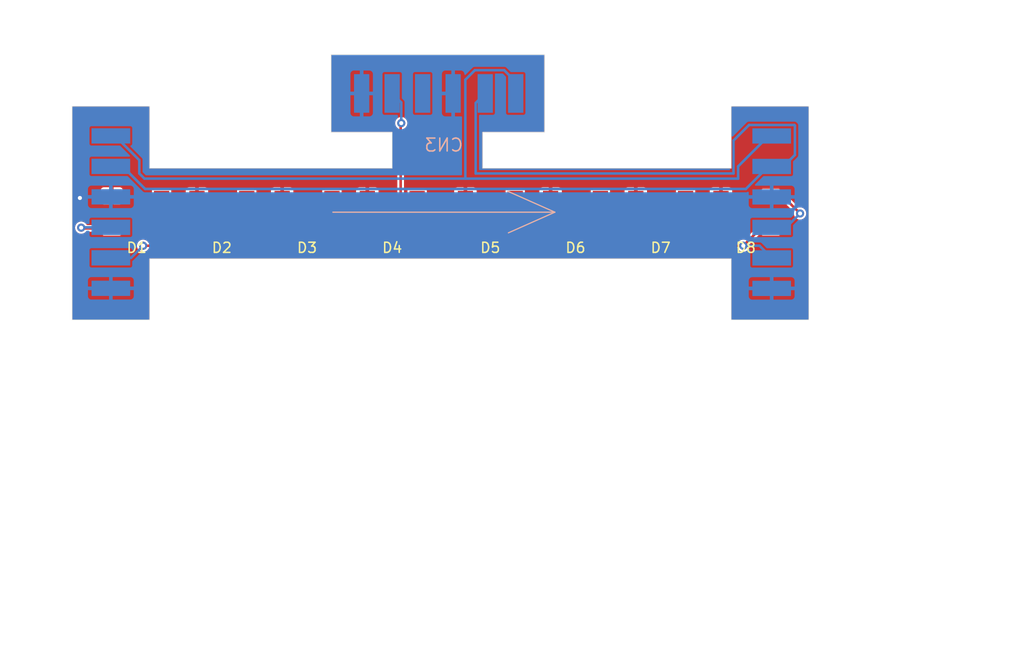
<source format=kicad_pcb>
(kicad_pcb (version 20211014) (generator pcbnew)
  (layers (0 "F.Cu" signal) (31 "B.Cu" signal) (34 "B.Paste" user) (35 "F.Paste" user) (36 "B.SilkS" user "B.Silkscreen") (37 "F.SilkS" user "F.Silkscreen") (38 "B.Mask" user) (39 "F.Mask" user) (44 "Edge.Cuts" user))
  (net 0 "")
  (net 1 "+5V")
  (net 2 "GND")
  (net 3 "Net-(CN1-Pad2)")
  (net 4 "Net-(CN2-Pad3)")
  (net 5 "Net-(D1-Pad2)")
  (net 6 "Net-(D2-Pad2)")
  (net 7 "Net-(D3-Pad2)")
  (net 8 "Net-(D4-Pad2)")
  (net 9 "Net-(D5-Pad2)")
  (net 10 "Net-(D6-Pad2)")
  (net 11 "Net-(D7-Pad2)")
  (net 12 "Net-(CN1-Pad4)")
  (net 13 "Net-(CN1-Pad1)")
  (footprint "LED_SMD:LED_WS2812B_PLCC4_5.0x5.0mm_P3.2mm" (layer "F.Cu") (at 163.576 107.95 180)
    (fp_text reference "D5" (at 0 -3.5) (layer "F.SilkS"))
    (fp_text value "WS2812B")
    (pad "1" smd rect (at -2.45 -1.6 180) (size 1.5 1) (layers "F.Cu" "F.Paste" "F.Mask") (net 1 "+5V"))
    (pad "2" smd rect (at -2.45 1.6 180) (size 1.5 1) (layers "F.Cu" "F.Paste" "F.Mask") (net 9 "Net-(D5-Pad2)"))
    (pad "3" smd rect (at 2.45 1.6 180) (size 1.5 1) (layers "F.Cu" "F.Paste" "F.Mask") (net 2 "GND"))
    (pad "4" smd rect (at 2.45 -1.6 180) (size 1.5 1) (layers "F.Cu" "F.Paste" "F.Mask") (net 8 "Net-(D4-Pad2)"))
  )
  (footprint "LED_SMD:LED_WS2812B_PLCC4_5.0x5.0mm_P3.2mm" (layer "F.Cu") (at 188.722 107.95 180)
    (fp_text reference "D8" (at 0 -3.5) (layer "F.SilkS"))
    (fp_text value "WS2812B")
    (pad "1" smd rect (at -2.45 -1.6 180) (size 1.5 1) (layers "F.Cu" "F.Paste" "F.Mask") (net 1 "+5V"))
    (pad "2" smd rect (at -2.45 1.6 180) (size 1.5 1) (layers "F.Cu" "F.Paste" "F.Mask") (net 12 "Net-(CN1-Pad4)"))
    (pad "3" smd rect (at 2.45 1.6 180) (size 1.5 1) (layers "F.Cu" "F.Paste" "F.Mask") (net 2 "GND"))
    (pad "4" smd rect (at 2.45 -1.6 180) (size 1.5 1) (layers "F.Cu" "F.Paste" "F.Mask") (net 11 "Net-(D7-Pad2)"))
  )
  (footprint "LED_SMD:LED_WS2812B_PLCC4_5.0x5.0mm_P3.2mm" (layer "F.Cu") (at 171.958 107.95 180)
    (fp_text reference "D6" (at 0 -3.5) (layer "F.SilkS"))
    (fp_text value "WS2812B")
    (pad "1" smd rect (at -2.45 -1.6 180) (size 1.5 1) (layers "F.Cu" "F.Paste" "F.Mask") (net 1 "+5V"))
    (pad "2" smd rect (at -2.45 1.6 180) (size 1.5 1) (layers "F.Cu" "F.Paste" "F.Mask") (net 10 "Net-(D6-Pad2)"))
    (pad "3" smd rect (at 2.45 1.6 180) (size 1.5 1) (layers "F.Cu" "F.Paste" "F.Mask") (net 2 "GND"))
    (pad "4" smd rect (at 2.45 -1.6 180) (size 1.5 1) (layers "F.Cu" "F.Paste" "F.Mask") (net 9 "Net-(D5-Pad2)"))
  )
  (footprint "LED_SMD:LED_WS2812B_PLCC4_5.0x5.0mm_P3.2mm" (layer "F.Cu") (at 128.778 107.95 180)
    (fp_text reference "D1" (at 0 -3.5) (layer "F.SilkS"))
    (fp_text value "WS2812B")
    (pad "1" smd rect (at -2.45 -1.6 180) (size 1.5 1) (layers "F.Cu" "F.Paste" "F.Mask") (net 1 "+5V"))
    (pad "2" smd rect (at -2.45 1.6 180) (size 1.5 1) (layers "F.Cu" "F.Paste" "F.Mask") (net 5 "Net-(D1-Pad2)"))
    (pad "3" smd rect (at 2.45 1.6 180) (size 1.5 1) (layers "F.Cu" "F.Paste" "F.Mask") (net 2 "GND"))
    (pad "4" smd rect (at 2.45 -1.6 180) (size 1.5 1) (layers "F.Cu" "F.Paste" "F.Mask") (net 4 "Net-(CN2-Pad3)"))
  )
  (footprint "LED_SMD:LED_WS2812B_PLCC4_5.0x5.0mm_P3.2mm" (layer "F.Cu") (at 180.34 107.95 180)
    (fp_text reference "D7" (at 0 -3.5) (layer "F.SilkS"))
    (fp_text value "WS2812B")
    (pad "1" smd rect (at -2.45 -1.6 180) (size 1.5 1) (layers "F.Cu" "F.Paste" "F.Mask") (net 1 "+5V"))
    (pad "2" smd rect (at -2.45 1.6 180) (size 1.5 1) (layers "F.Cu" "F.Paste" "F.Mask") (net 11 "Net-(D7-Pad2)"))
    (pad "3" smd rect (at 2.45 1.6 180) (size 1.5 1) (layers "F.Cu" "F.Paste" "F.Mask") (net 2 "GND"))
    (pad "4" smd rect (at 2.45 -1.6 180) (size 1.5 1) (layers "F.Cu" "F.Paste" "F.Mask") (net 10 "Net-(D6-Pad2)"))
  )
  (footprint "LED_SMD:LED_WS2812B_PLCC4_5.0x5.0mm_P3.2mm" (layer "F.Cu") (at 137.16 107.95 180)
    (fp_text reference "D2" (at 0 -3.5) (layer "F.SilkS"))
    (fp_text value "WS2812B")
    (pad "1" smd rect (at -2.45 -1.6 180) (size 1.5 1) (layers "F.Cu" "F.Paste" "F.Mask") (net 1 "+5V"))
    (pad "2" smd rect (at -2.45 1.6 180) (size 1.5 1) (layers "F.Cu" "F.Paste" "F.Mask") (net 6 "Net-(D2-Pad2)"))
    (pad "3" smd rect (at 2.45 1.6 180) (size 1.5 1) (layers "F.Cu" "F.Paste" "F.Mask") (net 2 "GND"))
    (pad "4" smd rect (at 2.45 -1.6 180) (size 1.5 1) (layers "F.Cu" "F.Paste" "F.Mask") (net 5 "Net-(D1-Pad2)"))
  )
  (footprint "LED_SMD:LED_WS2812B_PLCC4_5.0x5.0mm_P3.2mm" (layer "F.Cu") (at 153.924 107.95 180)
    (fp_text reference "D4" (at 0 -3.5) (layer "F.SilkS"))
    (fp_text value "WS2812B")
    (pad "1" smd rect (at -2.45 -1.6 180) (size 1.5 1) (layers "F.Cu" "F.Paste" "F.Mask") (net 1 "+5V"))
    (pad "2" smd rect (at -2.45 1.6 180) (size 1.5 1) (layers "F.Cu" "F.Paste" "F.Mask") (net 8 "Net-(D4-Pad2)"))
    (pad "3" smd rect (at 2.45 1.6 180) (size 1.5 1) (layers "F.Cu" "F.Paste" "F.Mask") (net 2 "GND"))
    (pad "4" smd rect (at 2.45 -1.6 180) (size 1.5 1) (layers "F.Cu" "F.Paste" "F.Mask") (net 7 "Net-(D3-Pad2)"))
  )
  (footprint "LED_SMD:LED_WS2812B_PLCC4_5.0x5.0mm_P3.2mm" (layer "F.Cu") (at 145.542 107.95 180)
    (fp_text reference "D3" (at 0 -3.5) (layer "F.SilkS"))
    (fp_text value "WS2812B")
    (pad "1" smd rect (at -2.45 -1.6 180) (size 1.5 1) (layers "F.Cu" "F.Paste" "F.Mask") (net 1 "+5V"))
    (pad "2" smd rect (at -2.45 1.6 180) (size 1.5 1) (layers "F.Cu" "F.Paste" "F.Mask") (net 7 "Net-(D3-Pad2)"))
    (pad "3" smd rect (at 2.45 1.6 180) (size 1.5 1) (layers "F.Cu" "F.Paste" "F.Mask") (net 2 "GND"))
    (pad "4" smd rect (at 2.45 -1.6 180) (size 1.5 1) (layers "F.Cu" "F.Paste" "F.Mask") (net 6 "Net-(D2-Pad2)"))
  )
  (footprint "Adafruit NeoPixel 8 Stick:1X4-SMT" (layer "B.Cu") (at 158.996 96.266 180)
    (fp_text reference "CN3" (at 0 -5.08) (layer "B.SilkS") (effects (font (size 1.27 1.27)) (justify mirror)))
    (fp_text value "1X4SMT")
    (pad "1" smd rect (at -7.08 0 180) (size 1.5 3.8) (layers "B.Cu" "B.Paste" "B.Mask") (net 13 "Net-(CN1-Pad1)"))
    (pad "2" smd rect (at -4.08 0 180) (size 1.5 3.8) (layers "B.Cu" "B.Paste" "B.Mask") (net 3 "Net-(CN1-Pad2)"))
    (pad "3" smd rect (at -0.92 0 180) (size 1.5 3.8) (layers "B.Cu" "B.Paste" "B.Mask") (net 2 "GND"))
    (pad "4" smd rect (at 2.08 0 180) (size 1.5 3.8) (layers "B.Cu" "B.Paste" "B.Mask"))
    (pad "5" smd rect (at 5.08 0 180) (size 1.5 3.8) (layers "B.Cu" "B.Paste" "B.Mask") (net 1 "+5V"))
    (pad "6" smd rect (at 8.08 0 180) (size 1.5 3.8) (layers "B.Cu" "B.Paste" "B.Mask") (net 2 "GND"))
  )
  (footprint "Adafruit NeoPixel 8 Stick:1X4-SMT" (layer "B.Cu") (at 126.873 107.442 90)
    (fp_text reference "CN2" hide)
    (fp_text value "1X4SMT" hide)
    (pad "1" smd rect (at -8 -0.635 90) (size 1.5 3.8) (layers "B.Cu" "B.Paste" "B.Mask") (net 2 "GND"))
    (pad "2" smd rect (at -5 -0.635 90) (size 1.5 3.8) (layers "B.Cu" "B.Paste" "B.Mask") (net 1 "+5V"))
    (pad "3" smd rect (at -2 -0.635 90) (size 1.5 3.8) (layers "B.Cu" "B.Paste" "B.Mask") (net 4 "Net-(CN2-Pad3)"))
    (pad "4" smd rect (at 1 -0.635 90) (size 1.5 3.8) (layers "B.Cu" "B.Paste" "B.Mask") (net 2 "GND"))
    (pad "5" smd rect (at 4 -0.635 90) (size 1.5 3.8) (layers "B.Cu" "B.Paste" "B.Mask") (net 3 "Net-(CN1-Pad2)"))
    (pad "6" smd rect (at 7 -0.635 90) (size 1.5 3.8) (layers "B.Cu" "B.Paste" "B.Mask") (net 13 "Net-(CN1-Pad1)"))
  )
  (footprint "Adafruit NeoPixel 8 Stick:1X4-SMT" (layer "B.Cu") (at 190.627 108.45 -90)
    (fp_text reference "CN1" hide)
    (fp_text value "1X4SMT" hide)
    (pad "1" smd rect (at -8 -0.635 270) (size 1.5 3.8) (layers "B.Cu" "B.Paste" "B.Mask") (net 13 "Net-(CN1-Pad1)"))
    (pad "2" smd rect (at -5 -0.635 270) (size 1.5 3.8) (layers "B.Cu" "B.Paste" "B.Mask") (net 3 "Net-(CN1-Pad2)"))
    (pad "3" smd rect (at -2 -0.635 270) (size 1.5 3.8) (layers "B.Cu" "B.Paste" "B.Mask") (net 2 "GND"))
    (pad "4" smd rect (at 1 -0.635 270) (size 1.5 3.8) (layers "B.Cu" "B.Paste" "B.Mask") (net 12 "Net-(CN1-Pad4)"))
    (pad "5" smd rect (at 4 -0.635 270) (size 1.5 3.8) (layers "B.Cu" "B.Paste" "B.Mask") (net 1 "+5V"))
    (pad "6" smd rect (at 7 -0.635 270) (size 1.5 3.8) (layers "B.Cu" "B.Paste" "B.Mask") (net 2 "GND"))
  )
  (gr_line (start 169.926 107.95) (end 165.354 105.918) (layer "B.SilkS") (width 0.12))
  (gr_line (start 169.926 107.95) (end 165.354 109.982) (layer "B.SilkS") (width 0.12))
  (gr_line (start 148.082 107.95) (end 169.926 107.95) (layer "B.SilkS") (width 0.12))
  (gr_line (start 130.048 118.536) (end 122.428 118.536) (layer "Edge.Cuts") (width 0.05))
  (gr_line (start 162.814 100.076) (end 162.814 103.632) (layer "Edge.Cuts") (width 0.05))
  (gr_line (start 130.048 112.522) (end 187.288 112.522) (layer "Edge.Cuts") (width 0.05))
  (gr_line (start 194.908 97.536) (end 194.908 118.536) (layer "Edge.Cuts") (width 0.05))
  (gr_line (start 122.428 97.536) (end 122.428 118.536) (layer "Edge.Cuts") (width 0.05))
  (gr_line locked (start 194.908 118.536) (end 187.288 118.536) (layer "Edge.Cuts") (width 0.05))
  (gr_line (start 147.91 100.076) (end 153.924 100.076) (layer "Edge.Cuts") (width 0.05))
  (gr_line (start 130.048 97.536) (end 130.048 103.632) (layer "Edge.Cuts") (width 0.05))
  (gr_line (start 147.91 100.076) (end 147.91 92.456) (layer "Edge.Cuts") (width 0.05))
  (gr_line (start 162.814 103.632) (end 187.288 103.632) (layer "Edge.Cuts") (width 0.05))
  (gr_line (start 187.288 118.536) (end 187.288 112.522) (layer "Edge.Cuts") (width 0.05))
  (gr_line (start 187.288 97.536) (end 194.908 97.536) (layer "Edge.Cuts") (width 0.05))
  (gr_line (start 122.428 97.536) (end 130.048 97.536) (layer "Edge.Cuts") (width 0.05))
  (gr_line (start 130.048 103.632) (end 153.924 103.632) (layer "Edge.Cuts") (width 0.05))
  (gr_line (start 168.91 92.456) (end 168.91 100.076) (layer "Edge.Cuts") (width 0.05))
  (gr_line (start 168.91 100.076) (end 162.814 100.076) (layer "Edge.Cuts") (width 0.05))
  (gr_line (start 187.288 97.536) (end 187.288 103.632) (layer "Edge.Cuts") (width 0.05))
  (gr_line (start 153.924 103.632) (end 153.924 100.076) (layer "Edge.Cuts") (width 0.05))
  (gr_line (start 130.048 118.536) (end 130.048 112.522) (layer "Edge.Cuts") (width 0.05))
  (gr_line (start 168.91 92.456) (end 147.91 92.456) (layer "Edge.Cuts") (width 0.05))
  (segment (start 166.026 109.55) (end 166.026 111.162) (width 0.25) (layer "F.Cu") (net 1))
  (segment (start 139.61 111.162) (end 139.7 111.252) (width 0.25) (layer "F.Cu") (net 1))
  (segment (start 182.79 109.55) (end 182.79 111.162) (width 0.25) (layer "F.Cu") (net 1))
  (segment (start 129.413 111.252) (end 131.318 111.252) (width 0.25) (layer "F.Cu") (net 1))
  (segment (start 148.082 111.252) (end 156.464 111.252) (width 0.25) (layer "F.Cu") (net 1))
  (segment (start 166.116 111.252) (end 174.498 111.252) (width 0.25) (layer "F.Cu") (net 1))
  (segment (start 156.374 109.55) (end 156.374 111.162) (width 0.25) (layer "F.Cu") (net 1))
  (segment (start 139.7 111.252) (end 148.082 111.252) (width 0.25) (layer "F.Cu") (net 1))
  (segment (start 147.992 109.55) (end 147.992 111.162) (width 0.25) (layer "F.Cu") (net 1))
  (segment (start 131.318 111.252) (end 139.7 111.252) (width 0.25) (layer "F.Cu") (net 1))
  (segment (start 156.374 111.162) (end 156.464 111.252) (width 0.25) (layer "F.Cu") (net 1))
  (segment (start 190.17 109.55) (end 191.172 109.55) (width 0.25) (layer "F.Cu") (net 1))
  (segment (start 139.61 109.55) (end 139.61 111.162) (width 0.25) (layer "F.Cu") (net 1))
  (segment (start 182.88 111.252) (end 188.468 111.252) (width 0.25) (layer "F.Cu") (net 1))
  (segment (start 147.992 111.162) (end 148.082 111.252) (width 0.25) (layer "F.Cu") (net 1))
  (segment (start 174.498 111.252) (end 182.88 111.252) (width 0.25) (layer "F.Cu") (net 1))
  (segment (start 154.754 99.246) (end 154.813 99.187) (width 0.25) (layer "F.Cu") (net 1))
  (segment (start 156.464 111.252) (end 166.116 111.252) (width 0.25) (layer "F.Cu") (net 1))
  (segment (start 166.026 111.162) (end 166.116 111.252) (width 0.25) (layer "F.Cu") (net 1))
  (segment (start 131.228 109.55) (end 131.228 111.162) (width 0.25) (layer "F.Cu") (net 1))
  (segment (start 156.374 109.55) (end 154.754 107.93) (width 0.25) (layer "F.Cu") (net 1))
  (segment (start 174.408 111.162) (end 174.498 111.252) (width 0.25) (layer "F.Cu") (net 1))
  (segment (start 131.228 111.162) (end 131.318 111.252) (width 0.25) (layer "F.Cu") (net 1))
  (segment (start 154.754 107.93) (end 154.754 99.246) (width 0.25) (layer "F.Cu") (net 1))
  (segment (start 174.408 109.55) (end 174.408 111.162) (width 0.25) (layer "F.Cu") (net 1))
  (segment (start 188.468 111.252) (end 190.17 109.55) (width 0.25) (layer "F.Cu") (net 1))
  (segment (start 182.79 111.162) (end 182.88 111.252) (width 0.25) (layer "F.Cu") (net 1))
  (via (at 129.413 111.252) (size 0.8) (drill 0.4) (layers "F.Cu" "B.Cu") (net 1))
  (via (at 188.468 111.252) (size 0.8) (drill 0.4) (layers "F.Cu" "B.Cu") (net 1))
  (via (at 154.813 99.187) (size 0.8) (drill 0.4) (layers "F.Cu" "B.Cu") (net 1))
  (segment (start 154.813 97.163) (end 154.813 99.187) (width 0.25) (layer "B.Cu") (net 1))
  (segment (start 153.916 96.266) (end 154.813 97.163) (width 0.25) (layer "B.Cu") (net 1))
  (segment (start 191.262 112.45) (end 190.064 111.252) (width 0.25) (layer "B.Cu") (net 1))
  (segment (start 128.223 112.442) (end 129.413 111.252) (width 0.25) (layer "B.Cu") (net 1))
  (segment (start 190.064 111.252) (end 188.468 111.252) (width 0.25) (layer "B.Cu") (net 1))
  (segment (start 126.238 112.442) (end 128.223 112.442) (width 0.25) (layer "B.Cu") (net 1))
  (segment (start 178.726 106.35) (end 177.622 106.35) (width 0.25) (layer "F.Cu") (net 2))
  (via (at 123.19 106.553) (size 0.8) (drill 0.4) (layers "F.Cu" "B.Cu") (net 2))
  (segment (start 189.0338 99.3718) (end 187.5068 100.8988) (width 0.25) (layer "B.Cu") (net 3))
  (segment (start 192.412 103.45) (end 193.548 102.314) (width 0.25) (layer "B.Cu") (net 3))
  (segment (start 162.134 104.14) (end 162.134 97.208) (width 0.25) (layer "B.Cu") (net 3))
  (segment (start 193.4902 99.3718) (end 189.0338 99.3718) (width 0.25) (layer "B.Cu") (net 3))
  (segment (start 162.134 97.208) (end 163.076 96.266) (width 0.25) (layer "B.Cu") (net 3))
  (segment (start 193.548 102.314) (end 193.548 99.4296) (width 0.25) (layer "B.Cu") (net 3))
  (segment (start 129.61 105.664) (end 188.722 105.664) (width 0.25) (layer "B.Cu") (net 3))
  (segment (start 187.5068 104.14) (end 162.134 104.14) (width 0.25) (layer "B.Cu") (net 3))
  (segment (start 187.5068 100.8988) (end 187.5068 104.14) (width 0.25) (layer "B.Cu") (net 3))
  (segment (start 193.548 99.4296) (end 193.4902 99.3718) (width 0.25) (layer "B.Cu") (net 3))
  (segment (start 188.722 105.664) (end 190.936 103.45) (width 0.25) (layer "B.Cu") (net 3))
  (segment (start 127.388 103.442) (end 129.61 105.664) (width 0.25) (layer "B.Cu") (net 3))
  (segment (start 123.393 109.55) (end 123.317 109.474) (width 0.25) (layer "F.Cu") (net 4))
  (segment (start 126.328 109.55) (end 123.393 109.55) (width 0.25) (layer "F.Cu") (net 4))
  (via (at 123.317 109.474) (size 0.8) (drill 0.4) (layers "F.Cu" "B.Cu") (net 4))
  (segment (start 126.238 109.442) (end 123.349 109.442) (width 0.25) (layer "B.Cu") (net 4))
  (segment (start 123.349 109.442) (end 123.317 109.474) (width 0.25) (layer "B.Cu") (net 4))
  (segment (start 131.51 106.35) (end 134.71 109.55) (width 0.25) (layer "F.Cu") (net 5))
  (segment (start 139.892 106.35) (end 143.092 109.55) (width 0.25) (layer "F.Cu") (net 6))
  (segment (start 148.274 106.35) (end 151.474 109.55) (width 0.25) (layer "F.Cu") (net 7))
  (segment (start 156.374 106.35) (end 157.926 106.35) (width 0.25) (layer "F.Cu") (net 8))
  (segment (start 157.926 106.35) (end 161.126 109.55) (width 0.25) (layer "F.Cu") (net 8))
  (segment (start 166.308 106.35) (end 169.508 109.55) (width 0.25) (layer "F.Cu") (net 9))
  (segment (start 174.69 106.35) (end 177.89 109.55) (width 0.25) (layer "F.Cu") (net 10))
  (segment (start 183.072 106.35) (end 186.272 109.55) (width 0.25) (layer "F.Cu") (net 11))
  (segment (start 192.329 106.35) (end 194.056 108.077) (width 0.25) (layer "F.Cu") (net 12))
  (segment (start 191.172 106.35) (end 192.329 106.35) (width 0.25) (layer "F.Cu") (net 12))
  (via (at 194.056 108.077) (size 0.8) (drill 0.4) (layers "F.Cu" "B.Cu") (net 12))
  (segment (start 192.683 109.45) (end 194.056 108.077) (width 0.25) (layer "B.Cu") (net 12))
  (segment (start 191.262 109.45) (end 192.683 109.45) (width 0.25) (layer "B.Cu") (net 12))
  (segment (start 187.96 103.4456) (end 190.9556 100.45) (width 0.25) (layer "B.Cu") (net 13))
  (segment (start 164.94 93.98) (end 162.0556 93.98) (width 0.25) (layer "B.Cu") (net 13))
  (segment (start 162.0556 93.98) (end 161.118 94.9176) (width 0.25) (layer "B.Cu") (net 13))
  (segment (start 166.076 95.116) (end 164.94 93.98) (width 0.25) (layer "B.Cu") (net 13))
  (segment (start 129.54 104.648) (end 187.96 104.648) (width 0.25) (layer "B.Cu") (net 13))
  (segment (start 161.118 94.9176) (end 161.118 104.648) (width 0.25) (layer "B.Cu") (net 13))
  (segment (start 187.96 104.648) (end 187.96 103.4456) (width 0.25) (layer "B.Cu") (net 13))
  (segment (start 129.032 102.828132) (end 129.032 104.14) (width 0.25) (layer "B.Cu") (net 13))
  (segment (start 126.645868 100.442) (end 129.032 102.828132) (width 0.25) (layer "B.Cu") (net 13))
  (segment (start 129.032 104.14) (end 129.54 104.648) (width 0.25) (layer "B.Cu") (net 13))
  (zone (net 2) (net_name "GND") (layers F&B.Cu) (priority 6) (connect_pads (clearance 0.000001)) (min_thickness 0.1524) (fill yes (thermal_gap 0.3548) (thermal_bridge_width 0.3548))
    (polygon (pts (xy 216.0905 152.4) (xy 115.3287 152.4) (xy 115.3287 87.0712) (xy 216.0905 87.0712)))
  )
)
</source>
